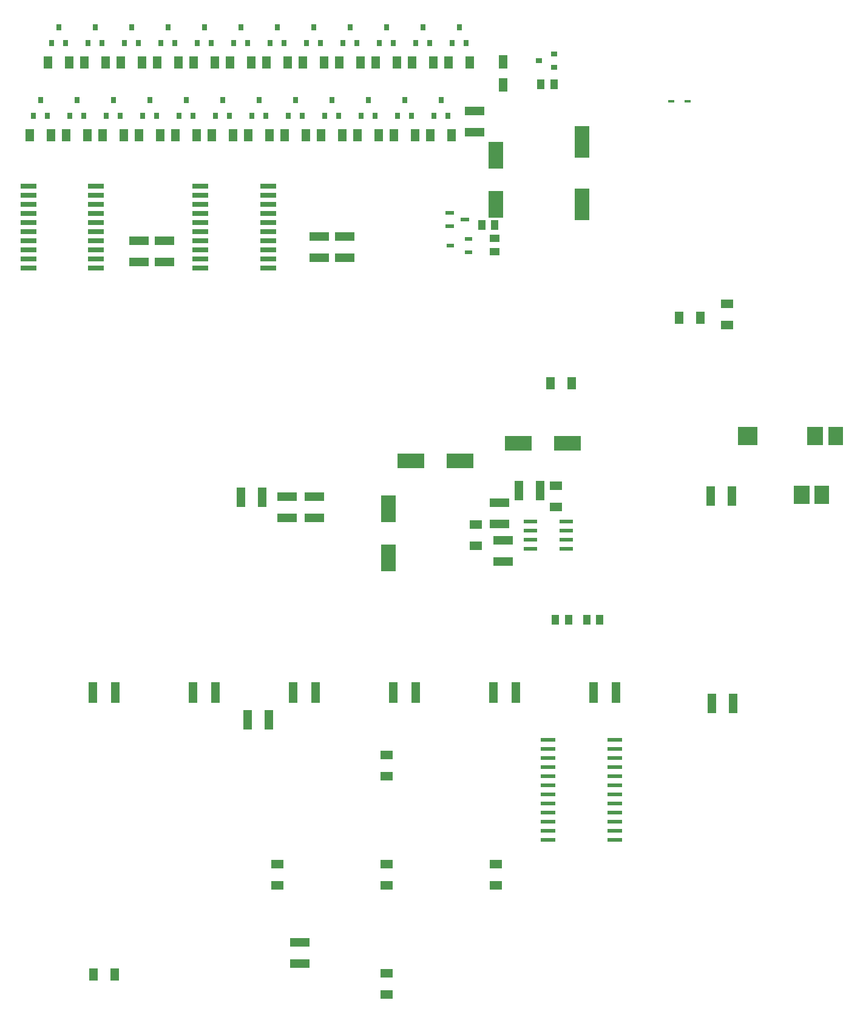
<source format=gtp>
G04 EAGLE Gerber RS-274X export*
G75*
%MOMM*%
%FSLAX34Y34*%
%LPD*%
%INSolderpaste Top*%
%IPPOS*%
%AMOC8*
5,1,8,0,0,1.08239X$1,22.5*%
G01*
G04 Define Apertures*
%ADD10R,2.715300X1.164600*%
%ADD11R,2.115300X3.763600*%
%ADD12R,2.115300X4.415700*%
%ADD13R,1.164600X2.715300*%
%ADD14R,3.763600X2.115300*%
%ADD15R,0.890200X0.436900*%
%ADD16R,1.263900X2.953600*%
%ADD17R,2.000000X2.500000*%
%ADD18R,2.200000X2.500000*%
%ADD19R,2.800000X2.500000*%
%ADD20R,0.750000X0.900000*%
%ADD21R,1.164600X1.815300*%
%ADD22R,2.053000X0.604500*%
%ADD23R,1.815300X1.164600*%
%ADD24R,1.771900X1.231400*%
%ADD25R,1.968000X0.601500*%
%ADD26R,0.900000X0.750000*%
%ADD27R,1.031200X1.420200*%
%ADD28R,1.231500X1.849100*%
%ADD29R,1.111800X0.600200*%
%ADD30R,1.223500X0.624800*%
%ADD31R,1.420200X1.031200*%
%ADD32R,2.200000X0.650000*%
D10*
X560070Y739626D03*
X560070Y769134D03*
X821690Y1278106D03*
X821690Y1307614D03*
D11*
X850900Y1245839D03*
X850900Y1177321D03*
D12*
X971550Y1263997D03*
X971550Y1176943D03*
D13*
X1151106Y769620D03*
X1180614Y769620D03*
X1152376Y480060D03*
X1181884Y480060D03*
X525294Y768350D03*
X495786Y768350D03*
D14*
X732821Y819150D03*
X801339Y819150D03*
D10*
X598170Y739626D03*
X598170Y769134D03*
D11*
X701040Y751809D03*
X701040Y683291D03*
D15*
X1119147Y1320800D03*
X1095733Y1320800D03*
D16*
X987852Y495300D03*
X1018748Y495300D03*
X848152Y495300D03*
X879048Y495300D03*
X708452Y495300D03*
X739348Y495300D03*
X568752Y495300D03*
X599648Y495300D03*
X429052Y495300D03*
X459948Y495300D03*
X289352Y495300D03*
X320248Y495300D03*
D17*
X1305960Y771800D03*
D18*
X1277960Y771800D03*
X1296960Y853800D03*
D17*
X1324960Y853800D03*
D19*
X1202960Y853800D03*
D20*
X206400Y1301062D03*
X225400Y1301062D03*
X215900Y1322758D03*
X663600Y1301062D03*
X682600Y1301062D03*
X673100Y1322758D03*
X714400Y1301062D03*
X733400Y1301062D03*
X723900Y1322758D03*
X765200Y1301062D03*
X784200Y1301062D03*
X774700Y1322758D03*
X231800Y1402662D03*
X250800Y1402662D03*
X241300Y1424358D03*
X282600Y1402662D03*
X301600Y1402662D03*
X292100Y1424358D03*
X333400Y1402662D03*
X352400Y1402662D03*
X342900Y1424358D03*
X384200Y1402662D03*
X403200Y1402662D03*
X393700Y1424358D03*
X435000Y1402662D03*
X454000Y1402662D03*
X444500Y1424358D03*
X485800Y1402662D03*
X504800Y1402662D03*
X495300Y1424358D03*
X536600Y1402662D03*
X555600Y1402662D03*
X546100Y1424358D03*
X257200Y1301062D03*
X276200Y1301062D03*
X266700Y1322758D03*
X587400Y1402662D03*
X606400Y1402662D03*
X596900Y1424358D03*
X638200Y1402662D03*
X657200Y1402662D03*
X647700Y1424358D03*
X689000Y1402662D03*
X708000Y1402662D03*
X698500Y1424358D03*
X739800Y1402662D03*
X758800Y1402662D03*
X749300Y1424358D03*
X790600Y1402662D03*
X809600Y1402662D03*
X800100Y1424358D03*
X308000Y1301062D03*
X327000Y1301062D03*
X317500Y1322758D03*
X358800Y1301062D03*
X377800Y1301062D03*
X368300Y1322758D03*
X409600Y1301062D03*
X428600Y1301062D03*
X419100Y1322758D03*
X460400Y1301062D03*
X479400Y1301062D03*
X469900Y1322758D03*
X511200Y1301062D03*
X530200Y1301062D03*
X520700Y1322758D03*
X562000Y1301062D03*
X581000Y1301062D03*
X571500Y1322758D03*
X612800Y1301062D03*
X631800Y1301062D03*
X622300Y1322758D03*
D21*
X290046Y101600D03*
X319554Y101600D03*
D22*
X1016817Y289560D03*
X1016817Y302260D03*
X1016817Y314960D03*
X1016817Y327660D03*
X1016817Y340360D03*
X1016817Y353060D03*
X1016817Y365760D03*
X1016817Y378460D03*
X1016817Y391160D03*
X1016817Y403860D03*
X1016817Y416560D03*
X1016817Y429260D03*
X923743Y429260D03*
X923743Y416560D03*
X923743Y403860D03*
X923743Y391160D03*
X923743Y378460D03*
X923743Y365760D03*
X923743Y353060D03*
X923743Y340360D03*
X923743Y327660D03*
X923743Y314960D03*
X923743Y302260D03*
X923743Y289560D03*
D21*
X230654Y1273810D03*
X201146Y1273810D03*
X281454Y1273810D03*
X251946Y1273810D03*
X332254Y1273810D03*
X302746Y1273810D03*
X383054Y1273810D03*
X353546Y1273810D03*
X433854Y1273810D03*
X404346Y1273810D03*
X484654Y1273810D03*
X455146Y1273810D03*
X586254Y1273810D03*
X556746Y1273810D03*
X535454Y1273810D03*
X505946Y1273810D03*
X637054Y1273810D03*
X607546Y1273810D03*
X687854Y1273810D03*
X658346Y1273810D03*
X738654Y1273810D03*
X709146Y1273810D03*
X789454Y1273810D03*
X759946Y1273810D03*
X814854Y1375410D03*
X785346Y1375410D03*
X764054Y1375410D03*
X734546Y1375410D03*
X713254Y1375410D03*
X683746Y1375410D03*
X662454Y1375410D03*
X632946Y1375410D03*
X611654Y1375410D03*
X582146Y1375410D03*
X560854Y1375410D03*
X531346Y1375410D03*
X510054Y1375410D03*
X480546Y1375410D03*
X459254Y1375410D03*
X429746Y1375410D03*
X408454Y1375410D03*
X378946Y1375410D03*
X357654Y1375410D03*
X328146Y1375410D03*
X306854Y1375410D03*
X277346Y1375410D03*
X256054Y1375410D03*
X226546Y1375410D03*
X1136164Y1018540D03*
X1106656Y1018540D03*
D23*
X1173480Y1008866D03*
X1173480Y1038374D03*
D24*
X546100Y255960D03*
X546100Y226640D03*
X850900Y255960D03*
X850900Y226640D03*
X698500Y408360D03*
X698500Y379040D03*
X698500Y103560D03*
X698500Y74240D03*
D10*
X388620Y1126004D03*
X388620Y1096496D03*
X353060Y1126004D03*
X353060Y1096496D03*
X640080Y1132354D03*
X640080Y1102846D03*
X604520Y1132354D03*
X604520Y1102846D03*
D24*
X698500Y255960D03*
X698500Y226640D03*
D25*
X949255Y695960D03*
X949255Y708660D03*
X949255Y721360D03*
X949255Y734060D03*
X899865Y734060D03*
X899865Y721360D03*
X899865Y708660D03*
X899865Y695960D03*
D23*
X822960Y700256D03*
X822960Y729764D03*
D10*
X855980Y760244D03*
X855980Y730736D03*
D13*
X883136Y777240D03*
X912644Y777240D03*
D23*
X934720Y754866D03*
X934720Y784374D03*
D14*
X882681Y843280D03*
X951199Y843280D03*
D21*
X957094Y927100D03*
X927586Y927100D03*
D10*
X861060Y708174D03*
X861060Y678666D03*
D13*
X504676Y457200D03*
X534184Y457200D03*
D10*
X577850Y117326D03*
X577850Y146834D03*
D26*
X932868Y1368450D03*
X932868Y1387450D03*
X911172Y1377950D03*
D27*
X914095Y1344930D03*
X932485Y1344930D03*
X977849Y596900D03*
X996239Y596900D03*
X952551Y596900D03*
X934161Y596900D03*
D28*
X861060Y1344148D03*
X861060Y1376192D03*
D29*
X812900Y1110009D03*
X812900Y1129009D03*
X787300Y1119509D03*
D30*
X787159Y1165200D03*
X787159Y1146200D03*
X808439Y1155700D03*
D27*
X849935Y1148080D03*
X831545Y1148080D03*
D31*
X849630Y1129335D03*
X849630Y1110945D03*
D32*
X199161Y1202690D03*
X199161Y1189990D03*
X199161Y1177290D03*
X199161Y1164590D03*
X199161Y1151890D03*
X199161Y1139190D03*
X199161Y1126490D03*
X199161Y1113790D03*
X199161Y1101090D03*
X199161Y1088390D03*
X293599Y1088390D03*
X293599Y1101090D03*
X293599Y1113790D03*
X293599Y1126490D03*
X293599Y1139190D03*
X293599Y1151890D03*
X293599Y1164590D03*
X293599Y1177290D03*
X293599Y1189990D03*
X293599Y1202690D03*
X439191Y1202690D03*
X439191Y1189990D03*
X439191Y1177290D03*
X439191Y1164590D03*
X439191Y1151890D03*
X439191Y1139190D03*
X439191Y1126490D03*
X439191Y1113790D03*
X439191Y1101090D03*
X439191Y1088390D03*
X533629Y1088390D03*
X533629Y1101090D03*
X533629Y1113790D03*
X533629Y1126490D03*
X533629Y1139190D03*
X533629Y1151890D03*
X533629Y1164590D03*
X533629Y1177290D03*
X533629Y1189990D03*
X533629Y1202690D03*
M02*

</source>
